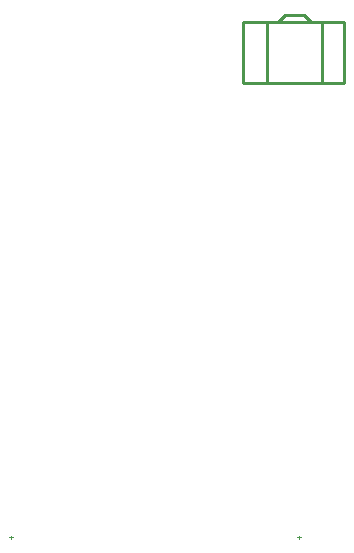
<source format=gto>
G04*
G04 #@! TF.GenerationSoftware,Altium Limited,Altium Designer,20.0.13 (296)*
G04*
G04 Layer_Color=3132362*
%FSLAX44Y44*%
%MOMM*%
G71*
G01*
G75*
%ADD10C,0.1000*%
%ADD11C,0.2540*%
D10*
X120500Y-374500D02*
X123500D01*
X122000Y-376000D02*
Y-373000D01*
X-122000Y-376000D02*
Y-373000D01*
X-123500Y-374500D02*
X-120500D01*
D11*
X137000Y62000D02*
X160500D01*
Y10000D02*
Y62000D01*
X141500Y10000D02*
Y61500D01*
X75000Y10000D02*
X160500Y10000D01*
X88000Y62000D02*
X157500D01*
X94500Y10000D02*
Y61500D01*
X75000Y10000D02*
Y62000D01*
X109000D01*
X126000Y68000D02*
X132000Y62000D01*
X104000D02*
X110000Y68000D01*
X110000D02*
X126000D01*
M02*

</source>
